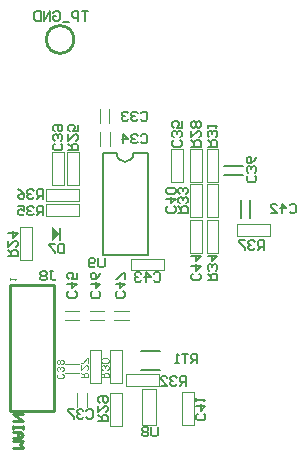
<source format=gbo>
%TF.GenerationSoftware,Altium Limited,Altium Designer,25.2.1 (25)*%
G04 Layer_Color=32896*
%FSLAX25Y25*%
%MOIN*%
%TF.SameCoordinates,F6C81A79-D505-4479-B840-BDF532C21910*%
%TF.FilePolarity,Positive*%
%TF.FileFunction,Legend,Bot*%
%TF.Part,Single*%
G01*
G75*
%TA.AperFunction,NonConductor*%
%ADD109C,0.00787*%
%ADD112C,0.00984*%
%ADD117C,0.00394*%
%ADD119C,0.00591*%
%ADD120C,0.01000*%
%ADD122C,0.00492*%
G36*
X314764Y73032D02*
X312402Y70669D01*
Y75394D01*
X314764Y73032D01*
D02*
G37*
D109*
X333858Y99803D02*
G03*
X339370Y99803I2756J0D01*
G01*
X375197Y78150D02*
Y84449D01*
X378346Y78150D02*
Y84449D01*
X369685Y95669D02*
X375984D01*
X369685Y92520D02*
X375984D01*
X314764Y71063D02*
Y75000D01*
X339370Y99803D02*
X344094D01*
Y65945D02*
Y99803D01*
X329134Y65945D02*
X344094D01*
X329134D02*
Y99803D01*
X333858D01*
X341929Y27756D02*
X348228D01*
X341929Y34055D02*
X348228D01*
D112*
X298425Y56102D02*
X312992D01*
Y13976D02*
Y56102D01*
X298425Y13976D02*
X312992D01*
X298425D02*
Y56102D01*
X299409Y1772D02*
X302558D01*
X301508Y2821D01*
X302558Y3871D01*
X299409D01*
Y4920D02*
X301508D01*
X302558Y5970D01*
X301508Y7019D01*
X299409D01*
X300984D01*
Y4920D01*
X302558Y8069D02*
Y9118D01*
Y8594D01*
X299409D01*
Y8069D01*
Y9118D01*
Y10693D02*
X302558D01*
X299409Y12792D01*
X302558D01*
D117*
X320669Y15157D02*
Y19882D01*
X323819Y15157D02*
Y19882D01*
X363779Y77756D02*
X367717D01*
Y66733D02*
Y77756D01*
X363779Y66733D02*
X367717D01*
X363779D02*
Y77756D01*
X358268Y78543D02*
X362205D01*
X358268D02*
Y89566D01*
X362205D01*
Y78543D02*
Y89566D01*
X363779D02*
X367717D01*
Y78543D02*
Y89566D01*
X363779Y78543D02*
X367717D01*
X363779D02*
Y89566D01*
X338583Y60827D02*
Y64764D01*
X349606D01*
Y60827D02*
Y64764D01*
X338583Y60827D02*
X349606D01*
X358268Y77755D02*
X362205D01*
Y66732D02*
Y77755D01*
X358268Y66732D02*
X362205D01*
X358268D02*
Y77755D01*
X374016Y72244D02*
Y76181D01*
X385039D01*
Y72244D02*
Y76181D01*
X374016Y72244D02*
X385039D01*
X363779Y101378D02*
X367717D01*
Y90355D02*
Y101378D01*
X363779Y90355D02*
X367717D01*
X363779D02*
Y101378D01*
X358268Y90355D02*
X362205D01*
X358268D02*
Y101378D01*
X362205D01*
Y90355D02*
Y101378D01*
X351969D02*
X355906D01*
Y90355D02*
Y101378D01*
X351969Y90355D02*
X355906D01*
X351969D02*
Y101378D01*
X321260Y78937D02*
Y82874D01*
X310236Y78937D02*
X321260D01*
X310236D02*
Y82874D01*
X321260D01*
X321259Y84055D02*
Y87992D01*
X310236Y84055D02*
X321259D01*
X310236D02*
Y87992D01*
X321259D01*
X301575Y64173D02*
X305512D01*
X301575D02*
Y75196D01*
X305512D01*
Y64173D02*
Y75196D01*
X317323Y100197D02*
X321260D01*
Y89174D02*
Y100197D01*
X317323Y89174D02*
X321260D01*
X317323D02*
Y100197D01*
X312205Y89173D02*
X316142D01*
X312205D02*
Y100197D01*
X316142D01*
Y89173D02*
Y100197D01*
X331299Y110039D02*
Y114764D01*
X328150Y110039D02*
Y114764D01*
X328346Y102165D02*
Y106890D01*
X331496Y102165D02*
Y106890D01*
X359449Y9252D02*
Y20276D01*
X355512D02*
X359449D01*
X355512Y9252D02*
Y20276D01*
Y9252D02*
X359449D01*
X342126Y9449D02*
Y21260D01*
X346850D01*
Y9449D02*
Y21260D01*
X342126Y9449D02*
X346850D01*
X337008Y26181D02*
X348032D01*
X337008Y22244D02*
Y26181D01*
Y22244D02*
X348032D01*
Y26181D01*
X335433Y23228D02*
Y34252D01*
X331496D02*
X335433D01*
X331496Y23228D02*
Y34252D01*
Y23228D02*
X335433D01*
X328740D02*
Y34252D01*
X324803D02*
X328740D01*
X324803Y23228D02*
Y34252D01*
Y23228D02*
X328740D01*
X316535Y26575D02*
X321260D01*
X316535Y29724D02*
X321260D01*
X335433Y8858D02*
Y19882D01*
X331496D02*
X335433D01*
X331496Y8858D02*
Y19882D01*
Y8858D02*
X335433D01*
X333071Y47441D02*
X337795D01*
X333071Y44291D02*
X337795D01*
X324803Y47441D02*
X329528D01*
X324803Y44291D02*
X329528D01*
X316535Y47441D02*
X321260D01*
X316535Y44291D02*
X321260D01*
X328741Y25198D02*
X331102D01*
Y26379D01*
X330708Y26772D01*
X329921D01*
X329528Y26379D01*
Y25198D01*
Y25985D02*
X328741Y26772D01*
X330708Y27559D02*
X331102Y27953D01*
Y28740D01*
X330708Y29134D01*
X330315D01*
X329921Y28740D01*
Y28346D01*
Y28740D01*
X329528Y29134D01*
X329134D01*
X328741Y28740D01*
Y27953D01*
X329134Y27559D01*
X330708Y29921D02*
X331102Y30314D01*
Y31102D01*
X330708Y31495D01*
X329134D01*
X328741Y31102D01*
Y30314D01*
X329134Y29921D01*
X330708D01*
X322048Y25198D02*
X324409D01*
Y26379D01*
X324015Y26772D01*
X323228D01*
X322835Y26379D01*
Y25198D01*
Y25985D02*
X322048Y26772D01*
Y29134D02*
Y27559D01*
X323622Y29134D01*
X324015D01*
X324409Y28740D01*
Y27953D01*
X324015Y27559D01*
X324409Y29921D02*
Y31495D01*
X324015D01*
X322441Y29921D01*
X322048D01*
X315748Y26379D02*
X316141Y25985D01*
Y25198D01*
X315748Y24804D01*
X314174D01*
X313780Y25198D01*
Y25985D01*
X314174Y26379D01*
X315748Y27166D02*
X316141Y27559D01*
Y28346D01*
X315748Y28740D01*
X315354D01*
X314961Y28346D01*
Y27953D01*
Y28346D01*
X314567Y28740D01*
X314174D01*
X313780Y28346D01*
Y27559D01*
X314174Y27166D01*
X315748Y29527D02*
X316141Y29921D01*
Y30708D01*
X315748Y31101D01*
X315354D01*
X314961Y30708D01*
X314567Y31101D01*
X314174D01*
X313780Y30708D01*
Y29921D01*
X314174Y29527D01*
X314567D01*
X314961Y29921D01*
X315354Y29527D01*
X315748D01*
X314961Y29921D02*
Y30708D01*
D119*
X324213Y147177D02*
X322113D01*
X323163D01*
Y144029D01*
X321064D02*
Y147177D01*
X319490D01*
X318965Y146652D01*
Y145603D01*
X319490Y145078D01*
X321064D01*
X317915Y143504D02*
X315816D01*
X312668Y146652D02*
X313193Y147177D01*
X314242D01*
X314767Y146652D01*
Y144553D01*
X314242Y144029D01*
X313193D01*
X312668Y144553D01*
Y145603D01*
X313717D01*
X311618Y144029D02*
Y147177D01*
X309519Y144029D01*
Y147177D01*
X308470D02*
Y144029D01*
X306895D01*
X306371Y144553D01*
Y146652D01*
X306895Y147177D01*
X308470D01*
X329789Y64960D02*
Y62336D01*
X329264Y61812D01*
X328215D01*
X327690Y62336D01*
Y64960D01*
X326641Y62336D02*
X326116Y61812D01*
X325066D01*
X324541Y62336D01*
Y64435D01*
X325066Y64960D01*
X326116D01*
X326641Y64435D01*
Y63911D01*
X326116Y63386D01*
X324541D01*
X347506Y8661D02*
Y6037D01*
X346981Y5512D01*
X345931D01*
X345407Y6037D01*
Y8661D01*
X344357Y8136D02*
X343832Y8661D01*
X342783D01*
X342258Y8136D01*
Y7611D01*
X342783Y7087D01*
X342258Y6562D01*
Y6037D01*
X342783Y5512D01*
X343832D01*
X344357Y6037D01*
Y6562D01*
X343832Y7087D01*
X344357Y7611D01*
Y8136D01*
X343832Y7087D02*
X342783D01*
X360760Y29922D02*
Y33070D01*
X359186D01*
X358661Y32546D01*
Y31496D01*
X359186Y30971D01*
X360760D01*
X359710D02*
X358661Y29922D01*
X357611Y33070D02*
X355512D01*
X356562D01*
Y29922D01*
X354463D02*
X353413D01*
X353938D01*
Y33070D01*
X354463Y32546D01*
X382938Y67717D02*
Y70866D01*
X381364D01*
X380839Y70341D01*
Y69291D01*
X381364Y68767D01*
X382938D01*
X381889D02*
X380839Y67717D01*
X379790Y70341D02*
X379265Y70866D01*
X378215D01*
X377691Y70341D01*
Y69816D01*
X378215Y69291D01*
X378740D01*
X378215D01*
X377691Y68767D01*
Y68242D01*
X378215Y67717D01*
X379265D01*
X379790Y68242D01*
X376641Y70866D02*
X374542D01*
Y70341D01*
X376641Y68242D01*
Y67717D01*
X309316Y84646D02*
Y87795D01*
X307742D01*
X307217Y87270D01*
Y86221D01*
X307742Y85696D01*
X309316D01*
X308267D02*
X307217Y84646D01*
X306168Y87270D02*
X305643Y87795D01*
X304593D01*
X304069Y87270D01*
Y86745D01*
X304593Y86221D01*
X305118D01*
X304593D01*
X304069Y85696D01*
Y85171D01*
X304593Y84646D01*
X305643D01*
X306168Y85171D01*
X300920Y87795D02*
X301970Y87270D01*
X303019Y86221D01*
Y85171D01*
X302494Y84646D01*
X301445D01*
X300920Y85171D01*
Y85696D01*
X301445Y86221D01*
X303019D01*
X309316Y79134D02*
Y82283D01*
X307742D01*
X307217Y81758D01*
Y80709D01*
X307742Y80184D01*
X309316D01*
X308267D02*
X307217Y79134D01*
X306168Y81758D02*
X305643Y82283D01*
X304593D01*
X304069Y81758D01*
Y81233D01*
X304593Y80709D01*
X305118D01*
X304593D01*
X304069Y80184D01*
Y79659D01*
X304593Y79134D01*
X305643D01*
X306168Y79659D01*
X300920Y82283D02*
X303019D01*
Y80709D01*
X301970Y81233D01*
X301445D01*
X300920Y80709D01*
Y79659D01*
X301445Y79134D01*
X302494D01*
X303019Y79659D01*
X364174Y57613D02*
X367322D01*
Y59187D01*
X366798Y59712D01*
X365748D01*
X365223Y59187D01*
Y57613D01*
Y58662D02*
X364174Y59712D01*
X366798Y60761D02*
X367322Y61286D01*
Y62336D01*
X366798Y62861D01*
X366273D01*
X365748Y62336D01*
Y61811D01*
Y62336D01*
X365223Y62861D01*
X364699D01*
X364174Y62336D01*
Y61286D01*
X364699Y60761D01*
X364174Y65484D02*
X367322D01*
X365748Y63910D01*
Y66009D01*
X354331Y80054D02*
X357480D01*
Y81628D01*
X356955Y82153D01*
X355906D01*
X355381Y81628D01*
Y80054D01*
Y81103D02*
X354331Y82153D01*
X356955Y83202D02*
X357480Y83727D01*
Y84777D01*
X356955Y85302D01*
X356430D01*
X355906Y84777D01*
Y84252D01*
Y84777D01*
X355381Y85302D01*
X354856D01*
X354331Y84777D01*
Y83727D01*
X354856Y83202D01*
X356955Y86351D02*
X357480Y86876D01*
Y87925D01*
X356955Y88450D01*
X356430D01*
X355906Y87925D01*
Y87401D01*
Y87925D01*
X355381Y88450D01*
X354856D01*
X354331Y87925D01*
Y86876D01*
X354856Y86351D01*
X356954Y22442D02*
Y25590D01*
X355380D01*
X354855Y25065D01*
Y24016D01*
X355380Y23491D01*
X356954D01*
X355905D02*
X354855Y22442D01*
X353805Y25065D02*
X353281Y25590D01*
X352231D01*
X351706Y25065D01*
Y24541D01*
X352231Y24016D01*
X352756D01*
X352231D01*
X351706Y23491D01*
Y22966D01*
X352231Y22442D01*
X353281D01*
X353805Y22966D01*
X348558Y22442D02*
X350657D01*
X348558Y24541D01*
Y25065D01*
X349082Y25590D01*
X350132D01*
X350657Y25065D01*
X364174Y102101D02*
X367322D01*
Y103675D01*
X366798Y104200D01*
X365748D01*
X365223Y103675D01*
Y102101D01*
Y103151D02*
X364174Y104200D01*
X366798Y105250D02*
X367322Y105774D01*
Y106824D01*
X366798Y107349D01*
X366273D01*
X365748Y106824D01*
Y106299D01*
Y106824D01*
X365223Y107349D01*
X364699D01*
X364174Y106824D01*
Y105774D01*
X364699Y105250D01*
X364174Y108398D02*
Y109448D01*
Y108923D01*
X367322D01*
X366798Y108398D01*
X327718Y10468D02*
X330867D01*
Y12042D01*
X330342Y12567D01*
X329292D01*
X328768Y12042D01*
Y10468D01*
Y11517D02*
X327718Y12567D01*
Y15716D02*
Y13616D01*
X329817Y15716D01*
X330342D01*
X330867Y15191D01*
Y14141D01*
X330342Y13616D01*
X328243Y16765D02*
X327718Y17290D01*
Y18339D01*
X328243Y18864D01*
X330342D01*
X330867Y18339D01*
Y17290D01*
X330342Y16765D01*
X329817D01*
X329292Y17290D01*
Y18864D01*
X358662Y102101D02*
X361810D01*
Y103675D01*
X361286Y104200D01*
X360236D01*
X359712Y103675D01*
Y102101D01*
Y103151D02*
X358662Y104200D01*
Y107349D02*
Y105250D01*
X360761Y107349D01*
X361286D01*
X361810Y106824D01*
Y105774D01*
X361286Y105250D01*
Y108398D02*
X361810Y108923D01*
Y109973D01*
X361286Y110497D01*
X360761D01*
X360236Y109973D01*
X359712Y110497D01*
X359187D01*
X358662Y109973D01*
Y108923D01*
X359187Y108398D01*
X359712D01*
X360236Y108923D01*
X360761Y108398D01*
X361286D01*
X360236Y108923D02*
Y109973D01*
X317717Y100920D02*
X320866D01*
Y102494D01*
X320341Y103019D01*
X319291D01*
X318767Y102494D01*
Y100920D01*
Y101970D02*
X317717Y103019D01*
Y106168D02*
Y104069D01*
X319816Y106168D01*
X320341D01*
X320866Y105643D01*
Y104593D01*
X320341Y104069D01*
X320866Y109316D02*
Y107217D01*
X319291D01*
X319816Y108267D01*
Y108791D01*
X319291Y109316D01*
X318242D01*
X317717Y108791D01*
Y107742D01*
X318242Y107217D01*
X297638Y65487D02*
X300787D01*
Y67061D01*
X300262Y67586D01*
X299213D01*
X298688Y67061D01*
Y65487D01*
Y66536D02*
X297638Y67586D01*
Y70735D02*
Y68635D01*
X299737Y70735D01*
X300262D01*
X300787Y70210D01*
Y69160D01*
X300262Y68635D01*
X297638Y73358D02*
X300787D01*
X299213Y71784D01*
Y73883D01*
X311548Y60629D02*
X312598D01*
X312073D01*
Y58006D01*
X312598Y57481D01*
X313123D01*
X313647Y58006D01*
X310499Y60105D02*
X309974Y60629D01*
X308925D01*
X308400Y60105D01*
Y59580D01*
X308925Y59055D01*
X308400Y58530D01*
Y58006D01*
X308925Y57481D01*
X309974D01*
X310499Y58006D01*
Y58530D01*
X309974Y59055D01*
X310499Y59580D01*
Y60105D01*
X309974Y59055D02*
X308925D01*
X316403Y69684D02*
Y66536D01*
X314829D01*
X314304Y67061D01*
Y69160D01*
X314829Y69684D01*
X316403D01*
X313255D02*
X311156D01*
Y69160D01*
X313255Y67061D01*
Y66536D01*
X336089Y53806D02*
X336614Y53282D01*
Y52232D01*
X336089Y51707D01*
X333990D01*
X333465Y52232D01*
Y53282D01*
X333990Y53806D01*
X333465Y56430D02*
X336614D01*
X335039Y54856D01*
Y56955D01*
X336614Y58005D02*
Y60104D01*
X336089D01*
X333990Y58005D01*
X333465D01*
X327821Y53806D02*
X328346Y53282D01*
Y52232D01*
X327821Y51707D01*
X325722D01*
X325197Y52232D01*
Y53282D01*
X325722Y53806D01*
X325197Y56430D02*
X328346D01*
X326772Y54856D01*
Y56955D01*
X328346Y60104D02*
X327821Y59054D01*
X326772Y58005D01*
X325722D01*
X325197Y58529D01*
Y59579D01*
X325722Y60104D01*
X326247D01*
X326772Y59579D01*
Y58005D01*
X319947Y53806D02*
X320472Y53282D01*
Y52232D01*
X319947Y51707D01*
X317848D01*
X317323Y52232D01*
Y53282D01*
X317848Y53806D01*
X317323Y56430D02*
X320472D01*
X318898Y54856D01*
Y56955D01*
X320472Y60104D02*
Y58005D01*
X318898D01*
X319422Y59054D01*
Y59579D01*
X318898Y60104D01*
X317848D01*
X317323Y59579D01*
Y58529D01*
X317848Y58005D01*
X361286Y59712D02*
X361810Y59187D01*
Y58138D01*
X361286Y57613D01*
X359187D01*
X358662Y58138D01*
Y59187D01*
X359187Y59712D01*
X358662Y62336D02*
X361810D01*
X360236Y60761D01*
Y62861D01*
X358662Y65484D02*
X361810D01*
X360236Y63910D01*
Y66009D01*
X346194Y59711D02*
X346718Y60236D01*
X347768D01*
X348293Y59711D01*
Y57612D01*
X347768Y57087D01*
X346718D01*
X346194Y57612D01*
X343570Y57087D02*
Y60236D01*
X345144Y58661D01*
X343045D01*
X341995Y59711D02*
X341471Y60236D01*
X340421D01*
X339896Y59711D01*
Y59186D01*
X340421Y58661D01*
X340946D01*
X340421D01*
X339896Y58137D01*
Y57612D01*
X340421Y57087D01*
X341471D01*
X341995Y57612D01*
X391469Y82546D02*
X391994Y83070D01*
X393043D01*
X393568Y82546D01*
Y80446D01*
X393043Y79922D01*
X391994D01*
X391469Y80446D01*
X388845Y79922D02*
Y83070D01*
X390420Y81496D01*
X388321D01*
X385172Y79922D02*
X387271D01*
X385172Y82021D01*
Y82546D01*
X385697Y83070D01*
X386746D01*
X387271Y82546D01*
X362861Y12993D02*
X363385Y12468D01*
Y11418D01*
X362861Y10894D01*
X360761D01*
X360237Y11418D01*
Y12468D01*
X360761Y12993D01*
X360237Y15617D02*
X363385D01*
X361811Y14042D01*
Y16141D01*
X360237Y17191D02*
Y18240D01*
Y17716D01*
X363385D01*
X362861Y17191D01*
X353018Y82153D02*
X353543Y81628D01*
Y80579D01*
X353018Y80054D01*
X350919D01*
X350394Y80579D01*
Y81628D01*
X350919Y82153D01*
X350394Y84777D02*
X353543D01*
X351969Y83202D01*
Y85302D01*
X353018Y86351D02*
X353543Y86876D01*
Y87925D01*
X353018Y88450D01*
X350919D01*
X350394Y87925D01*
Y86876D01*
X350919Y86351D01*
X353018D01*
X315223Y103019D02*
X315747Y102494D01*
Y101445D01*
X315223Y100920D01*
X313124D01*
X312599Y101445D01*
Y102494D01*
X313124Y103019D01*
X315223Y104069D02*
X315747Y104593D01*
Y105643D01*
X315223Y106168D01*
X314698D01*
X314173Y105643D01*
Y105118D01*
Y105643D01*
X313649Y106168D01*
X313124D01*
X312599Y105643D01*
Y104593D01*
X313124Y104069D01*
Y107217D02*
X312599Y107742D01*
Y108791D01*
X313124Y109316D01*
X315223D01*
X315747Y108791D01*
Y107742D01*
X315223Y107217D01*
X314698D01*
X314173Y107742D01*
Y109316D01*
X323753Y14042D02*
X324277Y14566D01*
X325327D01*
X325852Y14042D01*
Y11943D01*
X325327Y11418D01*
X324277D01*
X323753Y11943D01*
X322703Y14042D02*
X322178Y14566D01*
X321129D01*
X320604Y14042D01*
Y13517D01*
X321129Y12992D01*
X321654D01*
X321129D01*
X320604Y12467D01*
Y11943D01*
X321129Y11418D01*
X322178D01*
X322703Y11943D01*
X319554Y14566D02*
X317455D01*
Y14042D01*
X319554Y11943D01*
Y11418D01*
X379790Y92389D02*
X380314Y91864D01*
Y90815D01*
X379790Y90290D01*
X377691D01*
X377166Y90815D01*
Y91864D01*
X377691Y92389D01*
X379790Y93439D02*
X380314Y93963D01*
Y95013D01*
X379790Y95538D01*
X379265D01*
X378740Y95013D01*
Y94488D01*
Y95013D01*
X378215Y95538D01*
X377691D01*
X377166Y95013D01*
Y93963D01*
X377691Y93439D01*
X380314Y98686D02*
X379790Y97637D01*
X378740Y96587D01*
X377691D01*
X377166Y97112D01*
Y98162D01*
X377691Y98686D01*
X378215D01*
X378740Y98162D01*
Y96587D01*
X354987Y104200D02*
X355511Y103675D01*
Y102626D01*
X354987Y102101D01*
X352888D01*
X352363Y102626D01*
Y103675D01*
X352888Y104200D01*
X354987Y105250D02*
X355511Y105774D01*
Y106824D01*
X354987Y107349D01*
X354462D01*
X353937Y106824D01*
Y106299D01*
Y106824D01*
X353412Y107349D01*
X352888D01*
X352363Y106824D01*
Y105774D01*
X352888Y105250D01*
X355511Y110497D02*
Y108398D01*
X353937D01*
X354462Y109448D01*
Y109973D01*
X353937Y110497D01*
X352888D01*
X352363Y109973D01*
Y108923D01*
X352888Y108398D01*
X341863Y105774D02*
X342388Y106299D01*
X343437D01*
X343962Y105774D01*
Y103675D01*
X343437Y103150D01*
X342388D01*
X341863Y103675D01*
X340813Y105774D02*
X340288Y106299D01*
X339239D01*
X338714Y105774D01*
Y105249D01*
X339239Y104724D01*
X339764D01*
X339239D01*
X338714Y104200D01*
Y103675D01*
X339239Y103150D01*
X340288D01*
X340813Y103675D01*
X336090Y103150D02*
Y106299D01*
X337665Y104724D01*
X335566D01*
X341863Y113254D02*
X342388Y113779D01*
X343437D01*
X343962Y113254D01*
Y111155D01*
X343437Y110630D01*
X342388D01*
X341863Y111155D01*
X340813Y113254D02*
X340288Y113779D01*
X339239D01*
X338714Y113254D01*
Y112730D01*
X339239Y112205D01*
X339764D01*
X339239D01*
X338714Y111680D01*
Y111155D01*
X339239Y110630D01*
X340288D01*
X340813Y111155D01*
X337665Y113254D02*
X337140Y113779D01*
X336090D01*
X335566Y113254D01*
Y112730D01*
X336090Y112205D01*
X336615D01*
X336090D01*
X335566Y111680D01*
Y111155D01*
X336090Y110630D01*
X337140D01*
X337665Y111155D01*
D120*
X319569Y137795D02*
G03*
X319569Y137795I-4608J0D01*
G01*
D122*
X298130Y57776D02*
Y58432D01*
Y58104D01*
X300098D01*
X299770Y57776D01*
%TF.MD5,e6cd7498e8deb2357142639812ffa499*%
M02*

</source>
